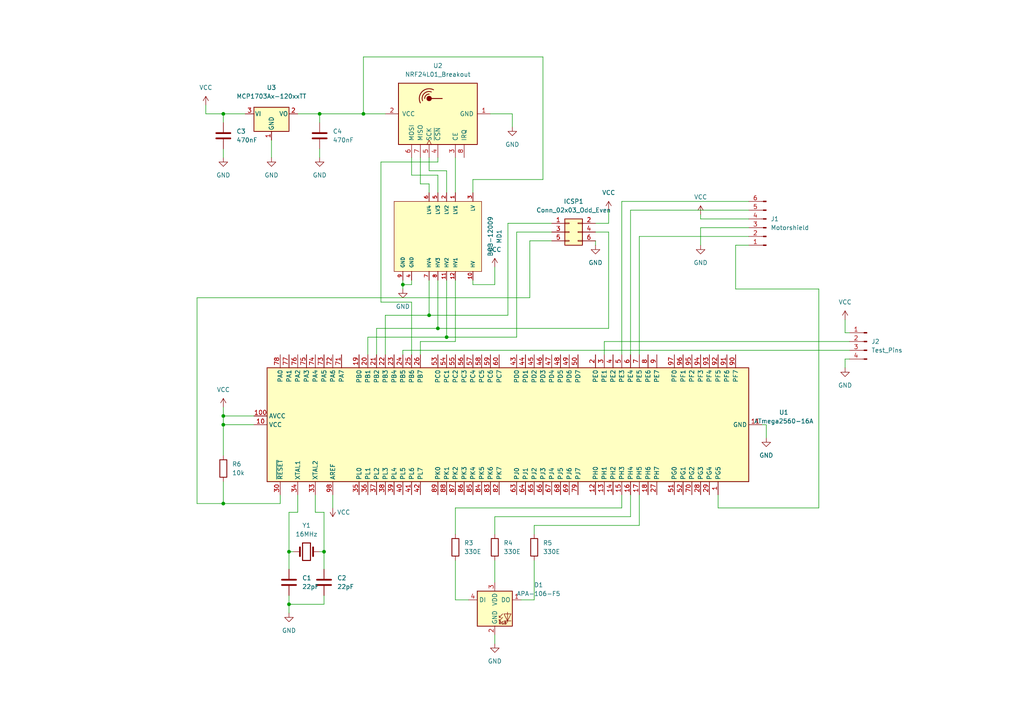
<source format=kicad_sch>
(kicad_sch (version 20211123) (generator eeschema)
  (paper "A4")
  (lib_symbols
    (symbol "Connector:Conn_01x04_Male" (pin_names (offset 1.016) hide)
      (property "Reference" "J" (at 0 5.08 0))
      (property "Value" "Conn_01x04_Male" (at 0 -7.62 0))
      (symbol "Conn_01x04_Male_1_1"
        (polyline (pts (xy 1.27 -5.08) (xy 0.8636 -5.08)) (stroke (width 0.1524)))
        (polyline (pts (xy 1.27 -2.54) (xy 0.8636 -2.54)) (stroke (width 0.1524)))
        (polyline (pts (xy 1.27 0) (xy 0.8636 0)) (stroke (width 0.1524)))
        (polyline (pts (xy 1.27 2.54) (xy 0.8636 2.54)) (stroke (width 0.1524)))
        (rectangle (start 0.8636 -4.953) (end 0 -5.207) (stroke (width 0.1524)) (fill (type outline)))
        (rectangle (start 0.8636 -2.413) (end 0 -2.667) (stroke (width 0.1524)) (fill (type outline)))
        (rectangle (start 0.8636 0.127) (end 0 -0.127) (stroke (width 0.1524)) (fill (type outline)))
        (rectangle (start 0.8636 2.667) (end 0 2.413) (stroke (width 0.1524)) (fill (type outline)))
        (pin passive line (at 5.08 2.54 180) (length 3.81) (name "Pin_1") (number "1"))
        (pin passive line (at 5.08 0 180) (length 3.81) (name "Pin_2") (number "2"))
        (pin passive line (at 5.08 -2.54 180) (length 3.81) (name "Pin_3") (number "3"))
        (pin passive line (at 5.08 -5.08 180) (length 3.81) (name "Pin_4") (number "4"))
      )
    )
    (symbol "Connector:Conn_01x06_Male" (pin_names (offset 1.016) hide)
      (property "Reference" "J" (at 0 7.62 0))
      (property "Value" "Conn_01x06_Male" (at 0 -10.16 0))
      (symbol "Conn_01x06_Male_1_1"
        (polyline (pts (xy 1.27 -7.62) (xy 0.8636 -7.62)) (stroke (width 0.1524)))
        (polyline (pts (xy 1.27 -5.08) (xy 0.8636 -5.08)) (stroke (width 0.1524)))
        (polyline (pts (xy 1.27 -2.54) (xy 0.8636 -2.54)) (stroke (width 0.1524)))
        (polyline (pts (xy 1.27 0) (xy 0.8636 0)) (stroke (width 0.1524)))
        (polyline (pts (xy 1.27 2.54) (xy 0.8636 2.54)) (stroke (width 0.1524)))
        (polyline (pts (xy 1.27 5.08) (xy 0.8636 5.08)) (stroke (width 0.1524)))
        (rectangle (start 0.8636 -7.493) (end 0 -7.747) (stroke (width 0.1524)) (fill (type outline)))
        (rectangle (start 0.8636 -4.953) (end 0 -5.207) (stroke (width 0.1524)) (fill (type outline)))
        (rectangle (start 0.8636 -2.413) (end 0 -2.667) (stroke (width 0.1524)) (fill (type outline)))
        (rectangle (start 0.8636 0.127) (end 0 -0.127) (stroke (width 0.1524)) (fill (type outline)))
        (rectangle (start 0.8636 2.667) (end 0 2.413) (stroke (width 0.1524)) (fill (type outline)))
        (rectangle (start 0.8636 5.207) (end 0 4.953) (stroke (width 0.1524)) (fill (type outline)))
        (pin passive line (at 5.08 5.08 180) (length 3.81) (name "Pin_1") (number "1"))
        (pin passive line (at 5.08 2.54 180) (length 3.81) (name "Pin_2") (number "2"))
        (pin passive line (at 5.08 0 180) (length 3.81) (name "Pin_3") (number "3"))
        (pin passive line (at 5.08 -2.54 180) (length 3.81) (name "Pin_4") (number "4"))
        (pin passive line (at 5.08 -5.08 180) (length 3.81) (name "Pin_5") (number "5"))
        (pin passive line (at 5.08 -7.62 180) (length 3.81) (name "Pin_6") (number "6"))
      )
    )
    (symbol "Connector_Generic:Conn_02x03_Odd_Even" (pin_names (offset 1.016) hide)
      (property "Reference" "J" (at 1.27 5.08 0))
      (property "Value" "Conn_02x03_Odd_Even" (at 1.27 -5.08 0))
      (symbol "Conn_02x03_Odd_Even_1_1"
        (rectangle (start -1.27 -2.413) (end 0 -2.667) (stroke (width 0.1524)))
        (rectangle (start -1.27 0.127) (end 0 -0.127) (stroke (width 0.1524)))
        (rectangle (start -1.27 2.667) (end 0 2.413) (stroke (width 0.1524)))
        (rectangle (start -1.27 3.81) (end 3.81 -3.81) (stroke (width 0.254)) (fill (type background)))
        (rectangle (start 3.81 -2.413) (end 2.54 -2.667) (stroke (width 0.1524)))
        (rectangle (start 3.81 0.127) (end 2.54 -0.127) (stroke (width 0.1524)))
        (rectangle (start 3.81 2.667) (end 2.54 2.413) (stroke (width 0.1524)))
        (pin passive line (at -5.08 2.54 0) (length 3.81) (name "Pin_1") (number "1"))
        (pin passive line (at 7.62 2.54 180) (length 3.81) (name "Pin_2") (number "2"))
        (pin passive line (at -5.08 0 0) (length 3.81) (name "Pin_3") (number "3"))
        (pin passive line (at 7.62 0 180) (length 3.81) (name "Pin_4") (number "4"))
        (pin passive line (at -5.08 -2.54 0) (length 3.81) (name "Pin_5") (number "5"))
        (pin passive line (at 7.62 -2.54 180) (length 3.81) (name "Pin_6") (number "6"))
      )
    )
    (symbol "Device:C" (pin_numbers hide) (pin_names (offset 0.254))
      (property "Reference" "C" (at 0.635 2.54 0))
      (property "Value" "C" (at 0.635 -2.54 0))
      (symbol "C_0_1"
        (polyline (pts (xy -2.032 -0.762) (xy 2.032 -0.762)) (stroke (width 0.508)))
        (polyline (pts (xy -2.032 0.762) (xy 2.032 0.762)) (stroke (width 0.508)))
      )
      (symbol "C_1_1"
        (pin passive line (at 0 3.81 270) (length 2.794) (name "~") (number "1"))
        (pin passive line (at 0 -3.81 90) (length 2.794) (name "~") (number "2"))
      )
    )
    (symbol "Device:Crystal" (pin_numbers hide) (pin_names (offset 1.016) hide)
      (property "Reference" "Y" (at 0 3.81 0))
      (property "Value" "Crystal" (at 0 -3.81 0))
      (symbol "Crystal_0_1"
        (rectangle (start -1.143 2.54) (end 1.143 -2.54) (stroke (width 0.3048)))
        (polyline (pts (xy -2.54 0) (xy -1.905 0)))
        (polyline (pts (xy -1.905 -1.27) (xy -1.905 1.27)) (stroke (width 0.508)))
        (polyline (pts (xy 1.905 -1.27) (xy 1.905 1.27)) (stroke (width 0.508)))
        (polyline (pts (xy 2.54 0) (xy 1.905 0)))
      )
      (symbol "Crystal_1_1"
        (pin passive line (at -3.81 0 0) (length 1.27) (name "1") (number "1"))
        (pin passive line (at 3.81 0 180) (length 1.27) (name "2") (number "2"))
      )
    )
    (symbol "Device:R" (pin_numbers hide) (pin_names (offset 0))
      (property "Reference" "R" (at 2.032 0 90))
      (property "Value" "R" (at 0 0 90))
      (symbol "R_0_1"
        (rectangle (start -1.016 -2.54) (end 1.016 2.54) (stroke (width 0.254)))
      )
      (symbol "R_1_1"
        (pin passive line (at 0 3.81 270) (length 1.27) (name "~") (number "1"))
        (pin passive line (at 0 -3.81 90) (length 1.27) (name "~") (number "2"))
      )
    )
    (symbol "LED:APA-106-F5"
      (property "Reference" "D" (at 5.08 5.715 0))
      (property "Value" "APA-106-F5" (at 1.27 -5.715 0))
      (symbol "APA-106-F5_0_0"
        (text "RGB" (at 2.286 -4.191 0) (effects (font (size 0.762 0.762))))
      )
      (symbol "APA-106-F5_0_1"
        (polyline (pts (xy 1.27 -3.556) (xy 1.778 -3.556)))
        (polyline (pts (xy 1.27 -2.54) (xy 1.778 -2.54)))
        (polyline (pts (xy 4.699 -3.556) (xy 2.667 -3.556)))
        (polyline (pts (xy 2.286 -2.54) (xy 1.27 -3.556) (xy 1.27 -3.048)))
        (polyline (pts (xy 2.286 -1.524) (xy 1.27 -2.54) (xy 1.27 -2.032)))
        (polyline (pts (xy 3.683 -1.016) (xy 3.683 -3.556) (xy 3.683 -4.064)))
        (polyline (pts (xy 4.699 -1.524) (xy 2.667 -1.524) (xy 3.683 -3.556) (xy 4.699 -1.524)))
        (rectangle (start 5.08 5.08) (end -5.08 -5.08) (stroke (width 0.254)) (fill (type background)))
      )
      (symbol "APA-106-F5_1_1"
        (pin output line (at 7.62 2.54 180) (length 2.54) (name "DO") (number "1"))
        (pin power_in line (at 0 -7.62 90) (length 2.54) (name "GND") (number "2"))
        (pin power_in line (at 0 7.62 270) (length 2.54) (name "VDD") (number "3"))
        (pin input line (at -7.62 2.54 0) (length 2.54) (name "DI") (number "4"))
      )
    )
    (symbol "MCU_Microchip_ATmega:ATmega2560-16A"
      (property "Reference" "U" (at 0 1.27 0))
      (property "Value" "ATmega2560-16A" (at 0 -1.27 0))
      (symbol "ATmega2560-16A_0_1"
        (rectangle (start -16.51 -69.85) (end 16.51 69.85) (stroke (width 0.254)) (fill (type background)))
      )
      (symbol "ATmega2560-16A_1_1"
        (pin bidirectional line (at -20.32 -60.96 0) (length 3.81) (name "PG5") (number "1"))
        (pin power_in line (at 0 73.66 270) (length 3.81) (name "VCC") (number "10"))
        (pin power_in line (at 2.54 73.66 270) (length 3.81) (name "AVCC") (number "100"))
        (pin power_in line (at 0 -73.66 90) (length 3.81) (name "GND") (number "11"))
        (pin bidirectional line (at -20.32 -25.4 0) (length 3.81) (name "PH0") (number "12"))
        (pin bidirectional line (at -20.32 -27.94 0) (length 3.81) (name "PH1") (number "13"))
        (pin bidirectional line (at -20.32 -30.48 0) (length 3.81) (name "PH2") (number "14"))
        (pin bidirectional line (at -20.32 -33.02 0) (length 3.81) (name "PH3") (number "15"))
        (pin bidirectional line (at -20.32 -35.56 0) (length 3.81) (name "PH4") (number "16"))
        (pin bidirectional line (at -20.32 -38.1 0) (length 3.81) (name "PH5") (number "17"))
        (pin bidirectional line (at -20.32 -40.64 0) (length 3.81) (name "PH6") (number "18"))
        (pin bidirectional line (at 20.32 43.18 180) (length 3.81) (name "PB0") (number "19"))
        (pin bidirectional line (at 20.32 -25.4 180) (length 3.81) (name "PE0") (number "2"))
        (pin bidirectional line (at 20.32 40.64 180) (length 3.81) (name "PB1") (number "20"))
        (pin bidirectional line (at 20.32 38.1 180) (length 3.81) (name "PB2") (number "21"))
        (pin bidirectional line (at 20.32 35.56 180) (length 3.81) (name "PB3") (number "22"))
        (pin bidirectional line (at 20.32 33.02 180) (length 3.81) (name "PB4") (number "23"))
        (pin bidirectional line (at 20.32 30.48 180) (length 3.81) (name "PB5") (number "24"))
        (pin bidirectional line (at 20.32 27.94 180) (length 3.81) (name "PB6") (number "25"))
        (pin bidirectional line (at 20.32 25.4 180) (length 3.81) (name "PB7") (number "26"))
        (pin bidirectional line (at -20.32 -43.18 0) (length 3.81) (name "PH7") (number "27"))
        (pin bidirectional line (at -20.32 -55.88 0) (length 3.81) (name "PG3") (number "28"))
        (pin bidirectional line (at -20.32 -58.42 0) (length 3.81) (name "PG4") (number "29"))
        (pin bidirectional line (at 20.32 -27.94 180) (length 3.81) (name "PE1") (number "3"))
        (pin input line (at -20.32 66.04 0) (length 3.81) (name "~{RESET}") (number "30"))
        (pin passive line (at 0 73.66 270) (length 3.81) hide (name "VCC") (number "31"))
        (pin passive line (at 0 -73.66 90) (length 3.81) hide (name "GND") (number "32"))
        (pin output line (at -20.32 55.88 0) (length 3.81) (name "XTAL2") (number "33"))
        (pin input line (at -20.32 60.96 0) (length 3.81) (name "XTAL1") (number "34"))
        (pin bidirectional line (at -20.32 43.18 0) (length 3.81) (name "PL0") (number "35"))
        (pin bidirectional line (at -20.32 40.64 0) (length 3.81) (name "PL1") (number "36"))
        (pin bidirectional line (at -20.32 38.1 0) (length 3.81) (name "PL2") (number "37"))
        (pin bidirectional line (at -20.32 35.56 0) (length 3.81) (name "PL3") (number "38"))
        (pin bidirectional line (at -20.32 33.02 0) (length 3.81) (name "PL4") (number "39"))
        (pin bidirectional line (at 20.32 -30.48 180) (length 3.81) (name "PE2") (number "4"))
        (pin bidirectional line (at -20.32 30.48 0) (length 3.81) (name "PL5") (number "40"))
        (pin bidirectional line (at -20.32 27.94 0) (length 3.81) (name "PL6") (number "41"))
        (pin bidirectional line (at -20.32 25.4 0) (length 3.81) (name "PL7") (number "42"))
        (pin bidirectional line (at 20.32 -2.54 180) (length 3.81) (name "PD0") (number "43"))
        (pin bidirectional line (at 20.32 -5.08 180) (length 3.81) (name "PD1") (number "44"))
        (pin bidirectional line (at 20.32 -7.62 180) (length 3.81) (name "PD2") (number "45"))
        (pin bidirectional line (at 20.32 -10.16 180) (length 3.81) (name "PD3") (number "46"))
        (pin bidirectional line (at 20.32 -12.7 180) (length 3.81) (name "PD4") (number "47"))
        (pin bidirectional line (at 20.32 -15.24 180) (length 3.81) (name "PD5") (number "48"))
        (pin bidirectional line (at 20.32 -17.78 180) (length 3.81) (name "PD6") (number "49"))
        (pin bidirectional line (at 20.32 -33.02 180) (length 3.81) (name "PE3") (number "5"))
        (pin bidirectional line (at 20.32 -20.32 180) (length 3.81) (name "PD7") (number "50"))
        (pin bidirectional line (at -20.32 -48.26 0) (length 3.81) (name "PG0") (number "51"))
        (pin bidirectional line (at -20.32 -50.8 0) (length 3.81) (name "PG1") (number "52"))
        (pin bidirectional line (at 20.32 20.32 180) (length 3.81) (name "PC0") (number "53"))
        (pin bidirectional line (at 20.32 17.78 180) (length 3.81) (name "PC1") (number "54"))
        (pin bidirectional line (at 20.32 15.24 180) (length 3.81) (name "PC2") (number "55"))
        (pin bidirectional line (at 20.32 12.7 180) (length 3.81) (name "PC3") (number "56"))
        (pin bidirectional line (at 20.32 10.16 180) (length 3.81) (name "PC4") (number "57"))
        (pin bidirectional line (at 20.32 7.62 180) (length 3.81) (name "PC5") (number "58"))
        (pin bidirectional line (at 20.32 5.08 180) (length 3.81) (name "PC6") (number "59"))
        (pin bidirectional line (at 20.32 -35.56 180) (length 3.81) (name "PE4") (number "6"))
        (pin bidirectional line (at 20.32 2.54 180) (length 3.81) (name "PC7") (number "60"))
        (pin passive line (at 0 73.66 270) (length 3.81) hide (name "VCC") (number "61"))
        (pin passive line (at 0 -73.66 90) (length 3.81) hide (name "GND") (number "62"))
        (pin bidirectional line (at -20.32 -2.54 0) (length 3.81) (name "PJ0") (number "63"))
        (pin bidirectional line (at -20.32 -5.08 0) (length 3.81) (name "PJ1") (number "64"))
        (pin bidirectional line (at -20.32 -7.62 0) (length 3.81) (name "PJ2") (number "65"))
        (pin bidirectional line (at -20.32 -10.16 0) (length 3.81) (name "PJ3") (number "66"))
        (pin bidirectional line (at -20.32 -12.7 0) (length 3.81) (name "PJ4") (number "67"))
        (pin bidirectional line (at -20.32 -15.24 0) (length 3.81) (name "PJ5") (number "68"))
        (pin bidirectional line (at -20.32 -17.78 0) (length 3.81) (name "PJ6") (number "69"))
        (pin bidirectional line (at 20.32 -38.1 180) (length 3.81) (name "PE5") (number "7"))
        (pin bidirectional line (at -20.32 -53.34 0) (length 3.81) (name "PG2") (number "70"))
        (pin bidirectional line (at 20.32 48.26 180) (length 3.81) (name "PA7") (number "71"))
        (pin bidirectional line (at 20.32 50.8 180) (length 3.81) (name "PA6") (number "72"))
        (pin bidirectional line (at 20.32 53.34 180) (length 3.81) (name "PA5") (number "73"))
        (pin bidirectional line (at 20.32 55.88 180) (length 3.81) (name "PA4") (number "74"))
        (pin bidirectional line (at 20.32 58.42 180) (length 3.81) (name "PA3") (number "75"))
        (pin bidirectional line (at 20.32 60.96 180) (length 3.81) (name "PA2") (number "76"))
        (pin bidirectional line (at 20.32 63.5 180) (length 3.81) (name "PA1") (number "77"))
        (pin bidirectional line (at 20.32 66.04 180) (length 3.81) (name "PA0") (number "78"))
        (pin bidirectional line (at -20.32 -20.32 0) (length 3.81) (name "PJ7") (number "79"))
        (pin bidirectional line (at 20.32 -40.64 180) (length 3.81) (name "PE6") (number "8"))
        (pin passive line (at 0 73.66 270) (length 3.81) hide (name "VCC") (number "80"))
        (pin passive line (at 0 -73.66 90) (length 3.81) hide (name "GND") (number "81"))
        (pin bidirectional line (at -20.32 2.54 0) (length 3.81) (name "PK7") (number "82"))
        (pin bidirectional line (at -20.32 5.08 0) (length 3.81) (name "PK6") (number "83"))
        (pin bidirectional line (at -20.32 7.62 0) (length 3.81) (name "PK5") (number "84"))
        (pin bidirectional line (at -20.32 10.16 0) (length 3.81) (name "PK4") (number "85"))
        (pin bidirectional line (at -20.32 12.7 0) (length 3.81) (name "PK3") (number "86"))
        (pin bidirectional line (at -20.32 15.24 0) (length 3.81) (name "PK2") (number "87"))
        (pin bidirectional line (at -20.32 17.78 0) (length 3.81) (name "PK1") (number "88"))
        (pin bidirectional line (at -20.32 20.32 0) (length 3.81) (name "PK0") (number "89"))
        (pin bidirectional line (at 20.32 -43.18 180) (length 3.81) (name "PE7") (number "9"))
        (pin bidirectional line (at 20.32 -66.04 180) (length 3.81) (name "PF7") (number "90"))
        (pin bidirectional line (at 20.32 -63.5 180) (length 3.81) (name "PF6") (number "91"))
        (pin bidirectional line (at 20.32 -60.96 180) (length 3.81) (name "PF5") (number "92"))
        (pin bidirectional line (at 20.32 -58.42 180) (length 3.81) (name "PF4") (number "93"))
        (pin bidirectional line (at 20.32 -55.88 180) (length 3.81) (name "PF3") (number "94"))
        (pin bidirectional line (at 20.32 -53.34 180) (length 3.81) (name "PF2") (number "95"))
        (pin bidirectional line (at 20.32 -50.8 180) (length 3.81) (name "PF1") (number "96"))
        (pin bidirectional line (at 20.32 -48.26 180) (length 3.81) (name "PF0") (number "97"))
        (pin passive line (at -20.32 50.8 0) (length 3.81) (name "AREF") (number "98"))
        (pin passive line (at 0 -73.66 90) (length 3.81) hide (name "GND") (number "99"))
      )
    )
    (symbol "RF:NRF24L01_Breakout" (pin_names (offset 1.016))
      (property "Reference" "U" (at -8.89 12.7 0))
      (property "Value" "NRF24L01_Breakout" (at 3.81 12.7 0))
      (symbol "NRF24L01_Breakout_0_1"
        (rectangle (start -8.89 11.43) (end 8.89 -11.43) (stroke (width 0.254)) (fill (type background)))
        (polyline (pts (xy 4.445 1.905) (xy 4.445 -1.27)) (stroke (width 0.254)))
        (circle (center 4.445 2.54) (radius 0.635) (stroke (width 0.254)) (fill (type outline)))
        (arc (start 5.715 2.54) (mid 5.3521 3.4546) (end 4.445 3.81) (stroke (width 0.254)))
        (arc (start 6.35 1.905) (mid 5.8763 3.9854) (end 3.81 4.445) (stroke (width 0.254)))
        (arc (start 6.985 1.27) (mid 6.453 4.548) (end 3.175 5.08) (stroke (width 0.254)))
      )
      (symbol "NRF24L01_Breakout_1_1"
        (pin power_in line (at 0 -15.24 90) (length 3.81) (name "GND") (number "1"))
        (pin power_in line (at 0 15.24 270) (length 3.81) (name "VCC") (number "2"))
        (pin input line (at -12.7 -5.08 0) (length 3.81) (name "CE") (number "3"))
        (pin input line (at -12.7 0 0) (length 3.81) (name "~{CSN}") (number "4"))
        (pin input clock (at -12.7 2.54 0) (length 3.81) (name "SCK") (number "5"))
        (pin input line (at -12.7 7.62 0) (length 3.81) (name "MOSI") (number "6"))
        (pin output line (at -12.7 5.08 0) (length 3.81) (name "MISO") (number "7"))
        (pin output line (at -12.7 -7.62 0) (length 3.81) (name "IRQ") (number "8"))
      )
    )
    (symbol "Regulator_Linear:MCP1703Ax-120xxTT" (pin_names (offset 0.254))
      (property "Reference" "U" (at -3.81 3.175 0))
      (property "Value" "MCP1703Ax-120xxTT" (at 0 3.175 0))
      (symbol "MCP1703Ax-120xxTT_0_1"
        (rectangle (start -5.08 -5.08) (end 5.08 1.905) (stroke (width 0.254)) (fill (type background)))
      )
      (symbol "MCP1703Ax-120xxTT_1_1"
        (pin power_in line (at 0 -7.62 90) (length 2.54) (name "GND") (number "1"))
        (pin power_out line (at 7.62 0 180) (length 2.54) (name "VO") (number "2"))
        (pin power_in line (at -7.62 0 0) (length 2.54) (name "VI") (number "3"))
      )
    )
    (symbol "eec:BOB-12009" (pin_names (offset 1.016))
      (property "Reference" "MD" (at 0 5.08 0))
      (property "Value" "BOB-12009" (at 0 7.62 0))
      (symbol "BOB-12009_1_1"
        (rectangle (start 5.08 2.54) (end 25.4 -22.86) (fill (type background)))
        (pin passive line (at 2.54 -5.08 0) (length 2.54) (name "LV1") (number "1"))
        (pin passive line (at 27.94 0 180) (length 2.54) (name "HV") (number "10"))
        (pin passive line (at 27.94 -7.62 180) (length 2.54) (name "HV2") (number "11"))
        (pin passive line (at 27.94 -5.08 180) (length 2.54) (name "HV1") (number "12"))
        (pin passive line (at 2.54 -7.62 0) (length 2.54) (name "LV2") (number "2"))
        (pin passive line (at 2.54 0 0) (length 2.54) (name "LV") (number "3"))
        (pin power_in line (at 27.94 -17.78 180) (length 2.54) (name "GND") (number "4"))
        (pin passive line (at 2.54 -10.16 0) (length 2.54) (name "LV3") (number "5"))
        (pin passive line (at 2.54 -12.7 0) (length 2.54) (name "LV4") (number "6"))
        (pin passive line (at 27.94 -12.7 180) (length 2.54) (name "HV4") (number "7"))
        (pin passive line (at 27.94 -10.16 180) (length 2.54) (name "HV3") (number "8"))
        (pin power_in line (at 27.94 -20.32 180) (length 2.54) (name "GND") (number "9"))
      )
    )
    (symbol "power:GND" (power) (pin_names (offset 0))
      (property "Value" "GND" (at 0 -3.81 0))
      (symbol "GND_0_1"
        (polyline (pts (xy 0 0) (xy 0 -1.27) (xy 1.27 -1.27) (xy 0 -2.54) (xy -1.27 -1.27) (xy 0 -1.27)))
      )
      (symbol "GND_1_1"
        (pin power_in line (at 0 0 270) (length 0) hide (name "GND") (number "1"))
      )
    )
    (symbol "power:VCC" (power) (pin_names (offset 0))
      (property "Value" "VCC" (at 0 3.81 0))
      (symbol "VCC_0_1"
        (polyline (pts (xy -0.762 1.27) (xy 0 2.54)))
        (polyline (pts (xy 0 0) (xy 0 2.54)))
        (polyline (pts (xy 0 2.54) (xy 0.762 1.27)))
      )
      (symbol "VCC_1_1"
        (pin power_in line (at 0 0 90) (length 0) hide (name "VCC") (number "1"))
      )
    )
  )
  (junction (at 64.77 146.05))
  (junction (at 127 95.25))
  (junction (at 64.77 120.65))
  (junction (at 129.54 97.79))
  (junction (at 116.84 82.55))
  (junction (at 92.71 33.02))
  (junction (at 83.82 160.02))
  (junction (at 124.46 91.44))
  (junction (at 105.41 33.02))
  (junction (at 64.77 123.19))
  (junction (at 93.98 160.02))
  (junction (at 64.77 33.02))
  (junction (at 83.82 175.26))
  (wire (pts (xy 121.92 45.72) (xy 121.92 53.34)))
  (wire (pts (xy 124.46 49.53) (xy 129.54 49.53)))
  (wire (pts (xy 143.51 82.55) (xy 143.51 77.47)))
  (wire (pts (xy 64.77 123.19) (xy 73.66 123.19)))
  (wire (pts (xy 185.42 68.58) (xy 217.17 68.58)))
  (wire (pts (xy 222.25 123.19) (xy 220.98 123.19)))
  (wire (pts (xy 92.71 43.18) (xy 92.71 45.72)))
  (wire (pts (xy 59.69 33.02) (xy 64.77 33.02)))
  (wire (pts (xy 132.08 162.56) (xy 132.08 173.99)))
  (wire (pts (xy 182.88 60.96) (xy 217.17 60.96)))
  (wire (pts (xy 157.48 16.51) (xy 105.41 16.51)))
  (wire (pts (xy 245.11 104.14) (xy 246.38 104.14)))
  (wire (pts (xy 92.71 160.02) (xy 93.98 160.02)))
  (wire (pts (xy 245.11 92.71) (xy 245.11 96.52)))
  (wire (pts (xy 180.34 147.32) (xy 180.34 143.51)))
  (wire (pts (xy 132.08 147.32) (xy 180.34 147.32)))
  (wire (pts (xy 237.49 147.32) (xy 208.28 147.32)))
  (wire (pts (xy 246.38 99.06) (xy 175.26 99.06)))
  (wire (pts (xy 57.15 146.05) (xy 64.77 146.05)))
  (wire (pts (xy 237.49 83.82) (xy 237.49 147.32)))
  (wire (pts (xy 116.84 81.28) (xy 116.84 82.55)))
  (wire (pts (xy 119.38 45.72) (xy 119.38 50.8)))
  (wire (pts (xy 176.53 67.31) (xy 176.53 95.25)))
  (wire (pts (xy 59.69 33.02) (xy 59.69 30.48)))
  (wire (pts (xy 185.42 102.87) (xy 185.42 68.58)))
  (wire (pts (xy 57.15 86.36) (xy 57.15 146.05)))
  (wire (pts (xy 105.41 16.51) (xy 105.41 33.02)))
  (wire (pts (xy 78.74 40.64) (xy 78.74 45.72)))
  (wire (pts (xy 93.98 172.72) (xy 93.98 175.26)))
  (wire (pts (xy 160.02 67.31) (xy 149.86 67.31)))
  (wire (pts (xy 153.67 86.36) (xy 57.15 86.36)))
  (wire (pts (xy 137.16 55.88) (xy 137.16 52.07)))
  (wire (pts (xy 64.77 139.7) (xy 64.77 146.05)))
  (wire (pts (xy 137.16 82.55) (xy 137.16 81.28)))
  (wire (pts (xy 105.41 33.02) (xy 111.76 33.02)))
  (wire (pts (xy 64.77 43.18) (xy 64.77 45.72)))
  (wire (pts (xy 132.08 81.28) (xy 132.08 99.06)))
  (wire (pts (xy 149.86 97.79) (xy 129.54 97.79)))
  (wire (pts (xy 83.82 160.02) (xy 83.82 165.1)))
  (wire (pts (xy 127 95.25) (xy 109.22 95.25)))
  (wire (pts (xy 91.44 143.51) (xy 91.44 148.59)))
  (wire (pts (xy 110.49 46.99) (xy 110.49 87.63)))
  (wire (pts (xy 143.51 162.56) (xy 143.51 168.91)))
  (wire (pts (xy 127 81.28) (xy 127 95.25)))
  (wire (pts (xy 86.36 143.51) (xy 86.36 148.59)))
  (wire (pts (xy 213.36 71.12) (xy 217.17 71.12)))
  (wire (pts (xy 116.84 83.82) (xy 116.84 82.55)))
  (wire (pts (xy 127 46.99) (xy 110.49 46.99)))
  (wire (pts (xy 142.24 33.02) (xy 148.59 33.02)))
  (wire (pts (xy 64.77 33.02) (xy 71.12 33.02)))
  (wire (pts (xy 203.2 66.04) (xy 217.17 66.04)))
  (wire (pts (xy 93.98 160.02) (xy 93.98 165.1)))
  (wire (pts (xy 116.84 101.6) (xy 246.38 101.6)))
  (wire (pts (xy 129.54 97.79) (xy 106.68 97.79)))
  (wire (pts (xy 154.94 154.94) (xy 154.94 152.4)))
  (wire (pts (xy 127 45.72) (xy 127 46.99)))
  (wire (pts (xy 213.36 83.82) (xy 237.49 83.82)))
  (wire (pts (xy 185.42 152.4) (xy 185.42 143.51)))
  (wire (pts (xy 83.82 175.26) (xy 83.82 177.8)))
  (wire (pts (xy 137.16 52.07) (xy 157.48 52.07)))
  (wire (pts (xy 147.32 91.44) (xy 124.46 91.44)))
  (wire (pts (xy 208.28 147.32) (xy 208.28 143.51)))
  (wire (pts (xy 182.88 143.51) (xy 182.88 149.86)))
  (wire (pts (xy 64.77 120.65) (xy 64.77 123.19)))
  (wire (pts (xy 64.77 146.05) (xy 81.28 146.05)))
  (wire (pts (xy 106.68 97.79) (xy 106.68 102.87)))
  (wire (pts (xy 132.08 45.72) (xy 132.08 55.88)))
  (wire (pts (xy 154.94 152.4) (xy 185.42 152.4)))
  (wire (pts (xy 119.38 50.8) (xy 127 50.8)))
  (wire (pts (xy 86.36 33.02) (xy 92.71 33.02)))
  (wire (pts (xy 213.36 71.12) (xy 213.36 83.82)))
  (wire (pts (xy 153.67 69.85) (xy 153.67 86.36)))
  (wire (pts (xy 160.02 69.85) (xy 153.67 69.85)))
  (wire (pts (xy 96.52 143.51) (xy 96.52 147.32)))
  (wire (pts (xy 149.86 67.31) (xy 149.86 97.79)))
  (wire (pts (xy 83.82 160.02) (xy 85.09 160.02)))
  (wire (pts (xy 119.38 87.63) (xy 119.38 102.87)))
  (wire (pts (xy 116.84 82.55) (xy 119.38 82.55)))
  (wire (pts (xy 64.77 33.02) (xy 64.77 35.56)))
  (wire (pts (xy 121.92 53.34) (xy 124.46 53.34)))
  (wire (pts (xy 93.98 175.26) (xy 83.82 175.26)))
  (wire (pts (xy 172.72 64.77) (xy 176.53 64.77)))
  (wire (pts (xy 132.08 99.06) (xy 121.92 99.06)))
  (wire (pts (xy 176.53 95.25) (xy 127 95.25)))
  (wire (pts (xy 124.46 53.34) (xy 124.46 55.88)))
  (wire (pts (xy 93.98 148.59) (xy 93.98 160.02)))
  (wire (pts (xy 129.54 49.53) (xy 129.54 55.88)))
  (wire (pts (xy 137.16 82.55) (xy 143.51 82.55)))
  (wire (pts (xy 245.11 106.68) (xy 245.11 104.14)))
  (wire (pts (xy 110.49 87.63) (xy 119.38 87.63)))
  (wire (pts (xy 157.48 52.07) (xy 157.48 16.51)))
  (wire (pts (xy 64.77 120.65) (xy 73.66 120.65)))
  (wire (pts (xy 160.02 64.77) (xy 147.32 64.77)))
  (wire (pts (xy 132.08 154.94) (xy 132.08 147.32)))
  (wire (pts (xy 83.82 172.72) (xy 83.82 175.26)))
  (wire (pts (xy 92.71 33.02) (xy 105.41 33.02)))
  (wire (pts (xy 92.71 33.02) (xy 92.71 35.56)))
  (wire (pts (xy 64.77 123.19) (xy 64.77 132.08)))
  (wire (pts (xy 86.36 148.59) (xy 83.82 148.59)))
  (wire (pts (xy 132.08 173.99) (xy 135.89 173.99)))
  (wire (pts (xy 245.11 96.52) (xy 246.38 96.52)))
  (wire (pts (xy 143.51 154.94) (xy 143.51 149.86)))
  (wire (pts (xy 203.2 66.04) (xy 203.2 71.12)))
  (wire (pts (xy 180.34 58.42) (xy 180.34 102.87)))
  (wire (pts (xy 175.26 99.06) (xy 175.26 102.87)))
  (wire (pts (xy 124.46 45.72) (xy 124.46 49.53)))
  (wire (pts (xy 148.59 36.83) (xy 148.59 33.02)))
  (wire (pts (xy 203.2 63.5) (xy 203.2 62.23)))
  (wire (pts (xy 81.28 146.05) (xy 81.28 143.51)))
  (wire (pts (xy 176.53 64.77) (xy 176.53 60.96)))
  (wire (pts (xy 109.22 95.25) (xy 109.22 102.87)))
  (wire (pts (xy 127 50.8) (xy 127 55.88)))
  (wire (pts (xy 64.77 118.11) (xy 64.77 120.65)))
  (wire (pts (xy 91.44 148.59) (xy 93.98 148.59)))
  (wire (pts (xy 129.54 81.28) (xy 129.54 97.79)))
  (wire (pts (xy 116.84 102.87) (xy 116.84 101.6)))
  (wire (pts (xy 83.82 148.59) (xy 83.82 160.02)))
  (wire (pts (xy 222.25 127) (xy 222.25 123.19)))
  (wire (pts (xy 143.51 184.15) (xy 143.51 186.69)))
  (wire (pts (xy 111.76 91.44) (xy 111.76 102.87)))
  (wire (pts (xy 172.72 69.85) (xy 172.72 71.12)))
  (wire (pts (xy 154.94 173.99) (xy 151.13 173.99)))
  (wire (pts (xy 121.92 99.06) (xy 121.92 102.87)))
  (wire (pts (xy 172.72 67.31) (xy 176.53 67.31)))
  (wire (pts (xy 154.94 162.56) (xy 154.94 173.99)))
  (wire (pts (xy 143.51 149.86) (xy 182.88 149.86)))
  (wire (pts (xy 124.46 91.44) (xy 111.76 91.44)))
  (wire (pts (xy 180.34 58.42) (xy 217.17 58.42)))
  (wire (pts (xy 119.38 81.28) (xy 119.38 82.55)))
  (wire (pts (xy 147.32 64.77) (xy 147.32 91.44)))
  (wire (pts (xy 182.88 60.96) (xy 182.88 102.87)))
  (wire (pts (xy 124.46 81.28) (xy 124.46 91.44)))
  (wire (pts (xy 217.17 63.5) (xy 203.2 63.5)))
  (symbol (lib_id "Device:R") (at 143.51 158.75 0) (unit 1)
    (property "Reference" "R4" (at 146.05 157.4799 0) (effects (justify left)))
    (property "Value" "330E" (at 146.05 160.02 0) (effects (justify left)))
    (property "Footprint" "Resistor_SMD:R_1206_3216Metric" (effects hide))
  )
  (symbol (lib_id "LED:APA-106-F5") (at 143.51 176.53 0) (unit 1)
    (property "Reference" "D1" (at 156.21 169.6593 0))
    (property "Value" "APA-106-F5" (at 156.21 172.1993 0))
    (property "Footprint" "LED_THT:LED_D5.0mm-4_RGB" (effects hide))
    (property "Datasheet" "https://cdn.sparkfun.com/datasheets/Components/LED/COM-12877.pdf" (effects hide))
  )
  (symbol (lib_id "Device:C") (at 83.82 168.91 0) (unit 1)
    (property "Reference" "C1" (at 87.63 167.6399 0) (effects (justify left)))
    (property "Value" "22pF" (at 87.63 170.1799 0) (effects (justify left)))
    (property "Footprint" "Capacitor_SMD:C_1206_3216Metric" (effects hide))
  )
  (symbol (lib_id "power:VCC") (at 143.51 77.47 0) (mirror y) (unit 1)
    (property "Reference" "#PWR0107" (effects hide))
    (property "Value" "VCC" (at 143.51 72.39 0))
  )
  (symbol (lib_id "Device:C") (at 92.71 39.37 0) (unit 1)
    (property "Reference" "C4" (at 96.52 38.0999 0) (effects (justify left)))
    (property "Value" "470nF" (at 96.52 40.6399 0) (effects (justify left)))
    (property "Footprint" "Capacitor_SMD:C_1206_3216Metric" (effects hide))
  )
  (symbol (lib_id "Device:R") (at 154.94 158.75 0) (unit 1)
    (property "Reference" "R5" (at 157.48 157.4799 0) (effects (justify left)))
    (property "Value" "330E" (at 157.48 160.02 0) (effects (justify left)))
    (property "Footprint" "Resistor_SMD:R_1206_3216Metric" (effects hide))
  )
  (symbol (lib_id "RF:NRF24L01_Breakout") (at 127 33.02 90) (unit 1)
    (property "Reference" "U2" (at 127 19.05 90))
    (property "Value" "NRF24L01_Breakout" (at 127 21.59 90))
    (property "Footprint" "RF_Module:nRF24L01_Breakout" (effects hide))
    (property "Datasheet" "http://www.nordicsemi.com/eng/content/download/2730/34105/file/nRF24L01_Product_Specification_v2_0.pdf" (effects hide))
  )
  (symbol (lib_id "power:VCC") (at 64.77 118.11 0) (mirror y) (unit 1)
    (property "Reference" "#PWR0110" (effects hide))
    (property "Value" "VCC" (at 64.77 113.03 0))
  )
  (symbol (lib_id "power:GND") (at 172.72 71.12 0) (unit 1)
    (property "Reference" "#PWR0113" (effects hide))
    (property "Value" "GND" (at 172.72 76.2 0))
  )
  (symbol (lib_id "MCU_Microchip_ATmega:ATmega2560-16A") (at 147.32 123.19 90) (unit 1)
    (property "Reference" "U1" (at 227.33 119.6086 90))
    (property "Value" "ATmega2560-16A" (at 227.33 122.1486 90))
    (property "Footprint" "Package_QFP:TQFP-100_14x14mm_P0.5mm" (effects hide))
    (property "Datasheet" "http://ww1.microchip.com/downloads/en/DeviceDoc/Atmel-2549-8-bit-AVR-Microcontroller-ATmega640-1280-1281-2560-2561_datasheet.pdf" (effects hide))
  )
  (symbol (lib_id "power:GND") (at 64.77 45.72 0) (unit 1)
    (property "Reference" "#PWR0115" (effects hide))
    (property "Value" "GND" (at 64.77 50.8 0))
  )
  (symbol (lib_id "Connector_Generic:Conn_02x03_Odd_Even") (at 165.1 67.31 0) (unit 1)
    (property "Reference" "ICSP1" (at 166.37 58.42 0))
    (property "Value" "Conn_02x03_Odd_Even" (at 166.37 60.96 0))
    (property "Footprint" "Connector_PinHeader_2.54mm:PinHeader_2x03_P2.54mm_Vertical" (effects hide))
  )
  (symbol (lib_id "power:GND") (at 143.51 186.69 0) (unit 1)
    (property "Reference" "#PWR0111" (effects hide))
    (property "Value" "GND" (at 143.51 191.77 0))
  )
  (symbol (lib_id "power:GND") (at 83.82 177.8 0) (unit 1)
    (property "Reference" "#PWR0101" (effects hide))
    (property "Value" "GND" (at 83.82 182.88 0))
  )
  (symbol (lib_id "Device:R") (at 64.77 135.89 0) (unit 1)
    (property "Reference" "R6" (at 67.31 134.6199 0) (effects (justify left)))
    (property "Value" "10k" (at 67.31 137.16 0) (effects (justify left)))
    (property "Footprint" "Resistor_SMD:R_1206_3216Metric" (effects hide))
  )
  (symbol (lib_id "Device:Crystal") (at 88.9 160.02 0) (unit 1)
    (property "Reference" "Y1" (at 88.9 152.4 0))
    (property "Value" "16MHz" (at 88.9 154.94 0))
    (property "Footprint" "Crystal:Crystal_HC49-U_Vertical" (effects hide))
  )
  (symbol (lib_id "Device:C") (at 64.77 39.37 0) (unit 1)
    (property "Reference" "C3" (at 68.58 38.0999 0) (effects (justify left)))
    (property "Value" "470nF" (at 68.58 40.6399 0) (effects (justify left)))
    (property "Footprint" "Capacitor_SMD:C_1206_3216Metric" (effects hide))
  )
  (symbol (lib_id "Connector:Conn_01x06_Male") (at 222.25 66.04 180) (unit 1)
    (property "Reference" "J1" (at 223.52 63.4999 0) (effects (justify right)))
    (property "Value" "Motorshield" (at 223.52 66.0399 0) (effects (justify right)))
    (property "Footprint" "Connector_PinHeader_2.54mm:PinHeader_1x06_P2.54mm_Vertical" (effects hide))
  )
  (symbol (lib_id "Connector:Conn_01x04_Male") (at 251.46 99.06 0) (mirror y) (unit 1)
    (property "Reference" "J2" (at 252.73 99.0599 0) (effects (justify right)))
    (property "Value" "Test_Pins" (at 252.73 101.5999 0) (effects (justify right)))
    (property "Footprint" "Connector_PinSocket_2.54mm:PinSocket_1x04_P2.54mm_Vertical" (effects hide))
  )
  (symbol (lib_id "power:GND") (at 148.59 36.83 0) (unit 1)
    (property "Reference" "#PWR0106" (effects hide))
    (property "Value" "GND" (at 148.59 41.91 0))
  )
  (symbol (lib_id "power:VCC") (at 59.69 30.48 0) (mirror y) (unit 1)
    (property "Reference" "#PWR0104" (effects hide))
    (property "Value" "VCC" (at 59.69 25.4 0))
  )
  (symbol (lib_id "power:GND") (at 116.84 83.82 0) (unit 1)
    (property "Reference" "#PWR0118" (effects hide))
    (property "Value" "GND" (at 116.84 88.9 0))
  )
  (symbol (lib_id "Device:C") (at 93.98 168.91 0) (unit 1)
    (property "Reference" "C2" (at 97.79 167.6399 0) (effects (justify left)))
    (property "Value" "22pF" (at 97.79 170.1799 0) (effects (justify left)))
    (property "Footprint" "Capacitor_SMD:C_1206_3216Metric" (effects hide))
  )
  (symbol (lib_id "power:GND") (at 222.25 127 0) (unit 1)
    (property "Reference" "#PWR0108" (effects hide))
    (property "Value" "GND" (at 222.25 132.08 0))
  )
  (symbol (lib_id "power:GND") (at 78.74 45.72 0) (unit 1)
    (property "Reference" "#PWR0114" (effects hide))
    (property "Value" "GND" (at 78.74 50.8 0))
  )
  (symbol (lib_id "power:VCC") (at 176.53 60.96 0) (mirror y) (unit 1)
    (property "Reference" "#PWR0112" (effects hide))
    (property "Value" "VCC" (at 176.53 55.88 0))
  )
  (symbol (lib_id "power:GND") (at 245.11 106.68 0) (unit 1)
    (property "Reference" "#PWR0116" (effects hide))
    (property "Value" "GND" (at 245.11 111.76 0))
  )
  (symbol (lib_id "power:GND") (at 203.2 71.12 0) (unit 1)
    (property "Reference" "#PWR0102" (effects hide))
    (property "Value" "GND" (at 203.2 76.2 0))
  )
  (symbol (lib_id "power:VCC") (at 96.52 147.32 0) (mirror x) (unit 1)
    (property "Reference" "#PWR0109" (effects hide))
    (property "Value" "VCC" (at 101.6 148.59 0) (effects (justify right)))
  )
  (symbol (lib_id "power:VCC") (at 245.11 92.71 0) (mirror y) (unit 1)
    (property "Reference" "#PWR0117" (effects hide))
    (property "Value" "VCC" (at 245.11 87.63 0))
  )
  (symbol (lib_id "Device:R") (at 132.08 158.75 0) (unit 1)
    (property "Reference" "R3" (at 134.62 157.4799 0) (effects (justify left)))
    (property "Value" "330E" (at 134.62 160.02 0) (effects (justify left)))
    (property "Footprint" "Resistor_SMD:R_1206_3216Metric" (effects hide))
  )
  (symbol (lib_id "eec:BOB-12009") (at 137.16 53.34 270) (unit 1)
    (property "Reference" "MD1" (at 144.78 68.58 0))
    (property "Value" "BOB-12009" (at 142.24 68.58 0))
    (property "Footprint" "BOB_Converter:SparkFun-BOB-12009-MFG" (effects hide))
    (property "Datasheet" "https://media.digikey.com/pdf/Data%20Sheets/Sparkfun%20PDFs/Bi-Directional-Logic-Level_HookupGuide.pdf" (effects hide))
    (property "automotive" "No" (effects hide))
    (property "category" "UNK" (effects hide))
    (property "device class L1" "Integrated Circuits (ICs)" (effects hide))
    (property "device class L2" "Logic ICs" (effects hide))
    (property "device class L3" "Voltage Level Shifters" (effects hide))
    (property "digikey description" "LOGIC LEVEL CONVERTER - BI-DIREC" (effects hide))
    (property "digikey part number" "1568-1209-ND" (effects hide))
    (property "library id" "ecf832c5c1a016fc" (effects hide))
    (property "manufacturer" "SparkFun" (effects hide))
    (property "mouser part number" "474-BOB-12009" (effects hide))
    (property "package" "EVAL_BOARD_16MM05_13MM33" (effects hide))
  )
  (symbol (lib_id "Regulator_Linear:MCP1703Ax-120xxTT") (at 78.74 33.02 0) (unit 1)
    (property "Reference" "U3" (at 78.74 25.4 0))
    (property "Value" "MCP1703Ax-120xxTT" (at 78.74 27.94 0))
    (property "Footprint" "Package_TO_SOT_SMD:SOT-23" (effects hide))
    (property "Datasheet" "http://ww1.microchip.com/downloads/en/DeviceDoc/20005122B.pdf" (effects hide))
  )
  (symbol (lib_id "power:VCC") (at 203.2 62.23 0) (mirror y) (unit 1)
    (property "Reference" "#PWR0103" (effects hide))
    (property "Value" "VCC" (at 203.2 57.15 0))
  )
  (symbol (lib_id "power:GND") (at 92.71 45.72 0) (unit 1)
    (property "Reference" "#PWR0105" (effects hide))
    (property "Value" "GND" (at 92.71 50.8 0))
  )
)
</source>
